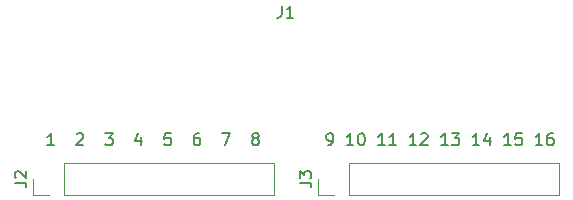
<source format=gbr>
%TF.GenerationSoftware,KiCad,Pcbnew,5.1.10*%
%TF.CreationDate,2021-08-17T12:22:00-04:00*%
%TF.ProjectId,OBD_BO,4f42445f-424f-42e6-9b69-6361645f7063,rev?*%
%TF.SameCoordinates,Original*%
%TF.FileFunction,Legend,Top*%
%TF.FilePolarity,Positive*%
%FSLAX46Y46*%
G04 Gerber Fmt 4.6, Leading zero omitted, Abs format (unit mm)*
G04 Created by KiCad (PCBNEW 5.1.10) date 2021-08-17 12:22:00*
%MOMM*%
%LPD*%
G01*
G04 APERTURE LIST*
%ADD10C,0.150000*%
%ADD11C,0.120000*%
G04 APERTURE END LIST*
D10*
X84298857Y-82240380D02*
X83727428Y-82240380D01*
X84013142Y-82240380D02*
X84013142Y-81240380D01*
X83917904Y-81383238D01*
X83822666Y-81478476D01*
X83727428Y-81526095D01*
X86203619Y-81335619D02*
X86251238Y-81288000D01*
X86346476Y-81240380D01*
X86584571Y-81240380D01*
X86679809Y-81288000D01*
X86727428Y-81335619D01*
X86775047Y-81430857D01*
X86775047Y-81526095D01*
X86727428Y-81668952D01*
X86156000Y-82240380D01*
X86775047Y-82240380D01*
X88632190Y-81240380D02*
X89251238Y-81240380D01*
X88917904Y-81621333D01*
X89060761Y-81621333D01*
X89156000Y-81668952D01*
X89203619Y-81716571D01*
X89251238Y-81811809D01*
X89251238Y-82049904D01*
X89203619Y-82145142D01*
X89156000Y-82192761D01*
X89060761Y-82240380D01*
X88775047Y-82240380D01*
X88679809Y-82192761D01*
X88632190Y-82145142D01*
X91632190Y-81573714D02*
X91632190Y-82240380D01*
X91394095Y-81192761D02*
X91156000Y-81907047D01*
X91775047Y-81907047D01*
X94156000Y-81240380D02*
X93679809Y-81240380D01*
X93632190Y-81716571D01*
X93679809Y-81668952D01*
X93775047Y-81621333D01*
X94013142Y-81621333D01*
X94108380Y-81668952D01*
X94156000Y-81716571D01*
X94203619Y-81811809D01*
X94203619Y-82049904D01*
X94156000Y-82145142D01*
X94108380Y-82192761D01*
X94013142Y-82240380D01*
X93775047Y-82240380D01*
X93679809Y-82192761D01*
X93632190Y-82145142D01*
X96584571Y-81240380D02*
X96394095Y-81240380D01*
X96298857Y-81288000D01*
X96251238Y-81335619D01*
X96156000Y-81478476D01*
X96108380Y-81668952D01*
X96108380Y-82049904D01*
X96156000Y-82145142D01*
X96203619Y-82192761D01*
X96298857Y-82240380D01*
X96489333Y-82240380D01*
X96584571Y-82192761D01*
X96632190Y-82145142D01*
X96679809Y-82049904D01*
X96679809Y-81811809D01*
X96632190Y-81716571D01*
X96584571Y-81668952D01*
X96489333Y-81621333D01*
X96298857Y-81621333D01*
X96203619Y-81668952D01*
X96156000Y-81716571D01*
X96108380Y-81811809D01*
X98536952Y-81240380D02*
X99203619Y-81240380D01*
X98775047Y-82240380D01*
X101251238Y-81668952D02*
X101156000Y-81621333D01*
X101108380Y-81573714D01*
X101060761Y-81478476D01*
X101060761Y-81430857D01*
X101108380Y-81335619D01*
X101156000Y-81288000D01*
X101251238Y-81240380D01*
X101441714Y-81240380D01*
X101536952Y-81288000D01*
X101584571Y-81335619D01*
X101632190Y-81430857D01*
X101632190Y-81478476D01*
X101584571Y-81573714D01*
X101536952Y-81621333D01*
X101441714Y-81668952D01*
X101251238Y-81668952D01*
X101156000Y-81716571D01*
X101108380Y-81764190D01*
X101060761Y-81859428D01*
X101060761Y-82049904D01*
X101108380Y-82145142D01*
X101156000Y-82192761D01*
X101251238Y-82240380D01*
X101441714Y-82240380D01*
X101536952Y-82192761D01*
X101584571Y-82145142D01*
X101632190Y-82049904D01*
X101632190Y-81859428D01*
X101584571Y-81764190D01*
X101536952Y-81716571D01*
X101441714Y-81668952D01*
X107441714Y-82240380D02*
X107632190Y-82240380D01*
X107727428Y-82192761D01*
X107775047Y-82145142D01*
X107870285Y-82002285D01*
X107917904Y-81811809D01*
X107917904Y-81430857D01*
X107870285Y-81335619D01*
X107822666Y-81288000D01*
X107727428Y-81240380D01*
X107536952Y-81240380D01*
X107441714Y-81288000D01*
X107394095Y-81335619D01*
X107346476Y-81430857D01*
X107346476Y-81668952D01*
X107394095Y-81764190D01*
X107441714Y-81811809D01*
X107536952Y-81859428D01*
X107727428Y-81859428D01*
X107822666Y-81811809D01*
X107870285Y-81764190D01*
X107917904Y-81668952D01*
X109632190Y-82240380D02*
X109060761Y-82240380D01*
X109346476Y-82240380D02*
X109346476Y-81240380D01*
X109251238Y-81383238D01*
X109156000Y-81478476D01*
X109060761Y-81526095D01*
X110251238Y-81240380D02*
X110346476Y-81240380D01*
X110441714Y-81288000D01*
X110489333Y-81335619D01*
X110536952Y-81430857D01*
X110584571Y-81621333D01*
X110584571Y-81859428D01*
X110536952Y-82049904D01*
X110489333Y-82145142D01*
X110441714Y-82192761D01*
X110346476Y-82240380D01*
X110251238Y-82240380D01*
X110156000Y-82192761D01*
X110108380Y-82145142D01*
X110060761Y-82049904D01*
X110013142Y-81859428D01*
X110013142Y-81621333D01*
X110060761Y-81430857D01*
X110108380Y-81335619D01*
X110156000Y-81288000D01*
X110251238Y-81240380D01*
X112298857Y-82240380D02*
X111727428Y-82240380D01*
X112013142Y-82240380D02*
X112013142Y-81240380D01*
X111917904Y-81383238D01*
X111822666Y-81478476D01*
X111727428Y-81526095D01*
X113251238Y-82240380D02*
X112679809Y-82240380D01*
X112965523Y-82240380D02*
X112965523Y-81240380D01*
X112870285Y-81383238D01*
X112775047Y-81478476D01*
X112679809Y-81526095D01*
X114965523Y-82240380D02*
X114394095Y-82240380D01*
X114679809Y-82240380D02*
X114679809Y-81240380D01*
X114584571Y-81383238D01*
X114489333Y-81478476D01*
X114394095Y-81526095D01*
X115346476Y-81335619D02*
X115394095Y-81288000D01*
X115489333Y-81240380D01*
X115727428Y-81240380D01*
X115822666Y-81288000D01*
X115870285Y-81335619D01*
X115917904Y-81430857D01*
X115917904Y-81526095D01*
X115870285Y-81668952D01*
X115298857Y-82240380D01*
X115917904Y-82240380D01*
X117632190Y-82240380D02*
X117060761Y-82240380D01*
X117346476Y-82240380D02*
X117346476Y-81240380D01*
X117251238Y-81383238D01*
X117155999Y-81478476D01*
X117060761Y-81526095D01*
X117965523Y-81240380D02*
X118584571Y-81240380D01*
X118251238Y-81621333D01*
X118394095Y-81621333D01*
X118489333Y-81668952D01*
X118536952Y-81716571D01*
X118584571Y-81811809D01*
X118584571Y-82049904D01*
X118536952Y-82145142D01*
X118489333Y-82192761D01*
X118394095Y-82240380D01*
X118108380Y-82240380D01*
X118013142Y-82192761D01*
X117965523Y-82145142D01*
X120298857Y-82240380D02*
X119727428Y-82240380D01*
X120013142Y-82240380D02*
X120013142Y-81240380D01*
X119917904Y-81383238D01*
X119822666Y-81478476D01*
X119727428Y-81526095D01*
X121156000Y-81573714D02*
X121156000Y-82240380D01*
X120917904Y-81192761D02*
X120679809Y-81907047D01*
X121298857Y-81907047D01*
X122965523Y-82240380D02*
X122394095Y-82240380D01*
X122679809Y-82240380D02*
X122679809Y-81240380D01*
X122584571Y-81383238D01*
X122489333Y-81478476D01*
X122394095Y-81526095D01*
X123870285Y-81240380D02*
X123394095Y-81240380D01*
X123346476Y-81716571D01*
X123394095Y-81668952D01*
X123489333Y-81621333D01*
X123727428Y-81621333D01*
X123822666Y-81668952D01*
X123870285Y-81716571D01*
X123917904Y-81811809D01*
X123917904Y-82049904D01*
X123870285Y-82145142D01*
X123822666Y-82192761D01*
X123727428Y-82240380D01*
X123489333Y-82240380D01*
X123394095Y-82192761D01*
X123346476Y-82145142D01*
X125632190Y-82240380D02*
X125060761Y-82240380D01*
X125346476Y-82240380D02*
X125346476Y-81240380D01*
X125251238Y-81383238D01*
X125156000Y-81478476D01*
X125060761Y-81526095D01*
X126489333Y-81240380D02*
X126298857Y-81240380D01*
X126203619Y-81288000D01*
X126156000Y-81335619D01*
X126060761Y-81478476D01*
X126013142Y-81668952D01*
X126013142Y-82049904D01*
X126060761Y-82145142D01*
X126108380Y-82192761D01*
X126203619Y-82240380D01*
X126394095Y-82240380D01*
X126489333Y-82192761D01*
X126536952Y-82145142D01*
X126584571Y-82049904D01*
X126584571Y-81811809D01*
X126536952Y-81716571D01*
X126489333Y-81668952D01*
X126394095Y-81621333D01*
X126203619Y-81621333D01*
X126108380Y-81668952D01*
X126060761Y-81716571D01*
X126013142Y-81811809D01*
D11*
%TO.C,J3*%
X127060000Y-86420000D02*
X127060000Y-83760000D01*
X109220000Y-86420000D02*
X127060000Y-86420000D01*
X109220000Y-83760000D02*
X127060000Y-83760000D01*
X109220000Y-86420000D02*
X109220000Y-83760000D01*
X107950000Y-86420000D02*
X106620000Y-86420000D01*
X106620000Y-86420000D02*
X106620000Y-85090000D01*
%TO.C,J2*%
X102930000Y-86420000D02*
X102930000Y-83760000D01*
X85090000Y-86420000D02*
X102930000Y-86420000D01*
X85090000Y-83760000D02*
X102930000Y-83760000D01*
X85090000Y-86420000D02*
X85090000Y-83760000D01*
X83820000Y-86420000D02*
X82490000Y-86420000D01*
X82490000Y-86420000D02*
X82490000Y-85090000D01*
%TO.C,J3*%
D10*
X105072380Y-85423333D02*
X105786666Y-85423333D01*
X105929523Y-85470952D01*
X106024761Y-85566190D01*
X106072380Y-85709047D01*
X106072380Y-85804285D01*
X105072380Y-85042380D02*
X105072380Y-84423333D01*
X105453333Y-84756666D01*
X105453333Y-84613809D01*
X105500952Y-84518571D01*
X105548571Y-84470952D01*
X105643809Y-84423333D01*
X105881904Y-84423333D01*
X105977142Y-84470952D01*
X106024761Y-84518571D01*
X106072380Y-84613809D01*
X106072380Y-84899523D01*
X106024761Y-84994761D01*
X105977142Y-85042380D01*
%TO.C,J2*%
X80942380Y-85423333D02*
X81656666Y-85423333D01*
X81799523Y-85470952D01*
X81894761Y-85566190D01*
X81942380Y-85709047D01*
X81942380Y-85804285D01*
X81037619Y-84994761D02*
X80990000Y-84947142D01*
X80942380Y-84851904D01*
X80942380Y-84613809D01*
X80990000Y-84518571D01*
X81037619Y-84470952D01*
X81132857Y-84423333D01*
X81228095Y-84423333D01*
X81370952Y-84470952D01*
X81942380Y-85042380D01*
X81942380Y-84423333D01*
%TO.C,J1*%
X103552666Y-70445380D02*
X103552666Y-71159666D01*
X103505047Y-71302523D01*
X103409809Y-71397761D01*
X103266952Y-71445380D01*
X103171714Y-71445380D01*
X104552666Y-71445380D02*
X103981238Y-71445380D01*
X104266952Y-71445380D02*
X104266952Y-70445380D01*
X104171714Y-70588238D01*
X104076476Y-70683476D01*
X103981238Y-70731095D01*
%TD*%
M02*

</source>
